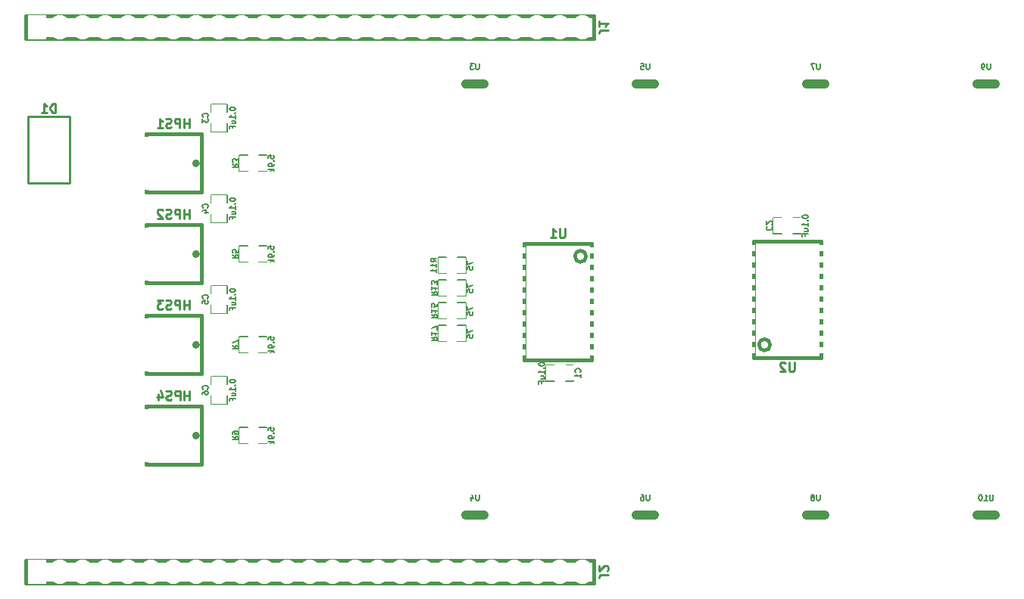
<source format=gbo>
G04 #@! TF.GenerationSoftware,KiCad,Pcbnew,6.0.0-unknown-69339f3~86~ubuntu18.04.1*
G04 #@! TF.CreationDate,2019-05-17T15:55:12-04:00*
G04 #@! TF.ProjectId,backlight_controller_5x3,6261636b-6c69-4676-9874-5f636f6e7472,1.3*
G04 #@! TF.SameCoordinates,Original*
G04 #@! TF.FileFunction,Legend,Bot*
G04 #@! TF.FilePolarity,Positive*
%FSLAX46Y46*%
G04 Gerber Fmt 4.6, Leading zero omitted, Abs format (unit mm)*
G04 Created by KiCad (PCBNEW 6.0.0-unknown-69339f3~86~ubuntu18.04.1) date 2019-05-17 15:55:12*
%MOMM*%
%LPD*%
G04 APERTURE LIST*
%ADD10C,1.000000*%
%ADD11C,0.177800*%
%ADD12C,0.381000*%
%ADD13C,0.228600*%
%ADD14C,0.158750*%
%ADD15C,0.254000*%
%ADD16R,1.003200X1.103200*%
%ADD17C,1.803200*%
%ADD18C,2.203200*%
%ADD19R,0.990600X1.803400*%
%ADD20R,1.803400X0.990600*%
%ADD21O,2.057400X2.743200*%
%ADD22R,2.057400X2.743200*%
%ADD23C,2.403200*%
%ADD24C,3.759200*%
%ADD25O,4.203200X3.203200*%
%ADD26R,4.203200X3.203200*%
%ADD27C,4.203200*%
%ADD28R,1.800000X1.640000*%
%ADD29R,4.000000X5.160000*%
%ADD30R,6.603200X6.003200*%
%ADD31R,2.403200X1.003200*%
%ADD32R,2.140000X0.740000*%
G04 APERTURE END LIST*
D10*
X120285000Y-81280000D02*
X122285000Y-81280000D01*
X120285000Y-129540000D02*
X122285000Y-129540000D01*
X139335000Y-81280000D02*
X141335000Y-81280000D01*
X139335000Y-129540000D02*
X141335000Y-129540000D01*
X158385000Y-81280000D02*
X160385000Y-81280000D01*
X158385000Y-129540000D02*
X160385000Y-129540000D01*
X177435000Y-81280000D02*
X179435000Y-81280000D01*
X177435000Y-129540000D02*
X179435000Y-129540000D01*
D11*
X117221000Y-102489000D02*
X118110000Y-102489000D01*
X117221000Y-100711000D02*
X117221000Y-102489000D01*
X118110000Y-100711000D02*
X117221000Y-100711000D01*
X120269000Y-102489000D02*
X119380000Y-102489000D01*
X120269000Y-100711000D02*
X120269000Y-102489000D01*
X119380000Y-100711000D02*
X120269000Y-100711000D01*
X94996000Y-121539000D02*
X95885000Y-121539000D01*
X94996000Y-119761000D02*
X94996000Y-121539000D01*
X95885000Y-119761000D02*
X94996000Y-119761000D01*
X98044000Y-121539000D02*
X97155000Y-121539000D01*
X98044000Y-119761000D02*
X98044000Y-121539000D01*
X97155000Y-119761000D02*
X98044000Y-119761000D01*
X91821000Y-114046000D02*
X91821000Y-114935000D01*
X93599000Y-114046000D02*
X91821000Y-114046000D01*
X93599000Y-114935000D02*
X93599000Y-114046000D01*
X91821000Y-117094000D02*
X91821000Y-116205000D01*
X93599000Y-117094000D02*
X91821000Y-117094000D01*
X93599000Y-116205000D02*
X93599000Y-117094000D01*
X117221000Y-105029000D02*
X118110000Y-105029000D01*
X117221000Y-103251000D02*
X117221000Y-105029000D01*
X118110000Y-103251000D02*
X117221000Y-103251000D01*
X120269000Y-105029000D02*
X119380000Y-105029000D01*
X120269000Y-103251000D02*
X120269000Y-105029000D01*
X119380000Y-103251000D02*
X120269000Y-103251000D01*
X94996000Y-111379000D02*
X95885000Y-111379000D01*
X94996000Y-109601000D02*
X94996000Y-111379000D01*
X95885000Y-109601000D02*
X94996000Y-109601000D01*
X98044000Y-111379000D02*
X97155000Y-111379000D01*
X98044000Y-109601000D02*
X98044000Y-111379000D01*
X97155000Y-109601000D02*
X98044000Y-109601000D01*
X91821000Y-103886000D02*
X91821000Y-104775000D01*
X93599000Y-103886000D02*
X91821000Y-103886000D01*
X93599000Y-104775000D02*
X93599000Y-103886000D01*
X91821000Y-106934000D02*
X91821000Y-106045000D01*
X93599000Y-106934000D02*
X91821000Y-106934000D01*
X93599000Y-106045000D02*
X93599000Y-106934000D01*
X94996000Y-101219000D02*
X95885000Y-101219000D01*
X94996000Y-99441000D02*
X94996000Y-101219000D01*
X95885000Y-99441000D02*
X94996000Y-99441000D01*
X98044000Y-101219000D02*
X97155000Y-101219000D01*
X98044000Y-99441000D02*
X98044000Y-101219000D01*
X97155000Y-99441000D02*
X98044000Y-99441000D01*
X91821000Y-93726000D02*
X91821000Y-94615000D01*
X93599000Y-93726000D02*
X91821000Y-93726000D01*
X93599000Y-94615000D02*
X93599000Y-93726000D01*
X91821000Y-96774000D02*
X91821000Y-95885000D01*
X93599000Y-96774000D02*
X91821000Y-96774000D01*
X93599000Y-95885000D02*
X93599000Y-96774000D01*
X94996000Y-91059000D02*
X95885000Y-91059000D01*
X94996000Y-89281000D02*
X94996000Y-91059000D01*
X95885000Y-89281000D02*
X94996000Y-89281000D01*
X98044000Y-91059000D02*
X97155000Y-91059000D01*
X98044000Y-89281000D02*
X98044000Y-91059000D01*
X97155000Y-89281000D02*
X98044000Y-89281000D01*
X91821000Y-83566000D02*
X91821000Y-84455000D01*
X93599000Y-83566000D02*
X91821000Y-83566000D01*
X93599000Y-84455000D02*
X93599000Y-83566000D01*
X91821000Y-86614000D02*
X91821000Y-85725000D01*
X93599000Y-86614000D02*
X91821000Y-86614000D01*
X93599000Y-85725000D02*
X93599000Y-86614000D01*
X132334000Y-112776000D02*
X131445000Y-112776000D01*
X132334000Y-114554000D02*
X132334000Y-112776000D01*
X131445000Y-114554000D02*
X132334000Y-114554000D01*
X129286000Y-112776000D02*
X130175000Y-112776000D01*
X129286000Y-114554000D02*
X129286000Y-112776000D01*
X130175000Y-114554000D02*
X129286000Y-114554000D01*
X117221000Y-107569000D02*
X118110000Y-107569000D01*
X117221000Y-105791000D02*
X117221000Y-107569000D01*
X118110000Y-105791000D02*
X117221000Y-105791000D01*
X120269000Y-107569000D02*
X119380000Y-107569000D01*
X120269000Y-105791000D02*
X120269000Y-107569000D01*
X119380000Y-105791000D02*
X120269000Y-105791000D01*
X117221000Y-110109000D02*
X118110000Y-110109000D01*
X117221000Y-108331000D02*
X117221000Y-110109000D01*
X118110000Y-108331000D02*
X117221000Y-108331000D01*
X120269000Y-110109000D02*
X119380000Y-110109000D01*
X120269000Y-108331000D02*
X120269000Y-110109000D01*
X119380000Y-108331000D02*
X120269000Y-108331000D01*
X154686000Y-98044000D02*
X155575000Y-98044000D01*
X154686000Y-96266000D02*
X154686000Y-98044000D01*
X155575000Y-96266000D02*
X154686000Y-96266000D01*
X157734000Y-98044000D02*
X156845000Y-98044000D01*
X157734000Y-96266000D02*
X157734000Y-98044000D01*
X156845000Y-96266000D02*
X157734000Y-96266000D01*
D12*
X71120000Y-134620000D02*
X71120000Y-137160000D01*
X134620000Y-134620000D02*
X71120000Y-134620000D01*
X134620000Y-137160000D02*
X134620000Y-134620000D01*
X71120000Y-137160000D02*
X134620000Y-137160000D01*
X71120000Y-73660000D02*
X71120000Y-76200000D01*
X134620000Y-73660000D02*
X71120000Y-73660000D01*
X134620000Y-76200000D02*
X134620000Y-73660000D01*
X71120000Y-76200000D02*
X134620000Y-76200000D01*
D13*
X71360000Y-84900000D02*
X71360000Y-92400000D01*
X75960000Y-84900000D02*
X71360000Y-84900000D01*
X75960000Y-92400000D02*
X75960000Y-84900000D01*
X71360000Y-92400000D02*
X75960000Y-92400000D01*
D12*
X90333607Y-90170000D02*
G75*
G03X90333607Y-90170000I-223607J0D01*
G01*
X84520000Y-86920000D02*
X84520000Y-93420000D01*
X84520000Y-93420000D02*
X90740000Y-93420000D01*
X90740000Y-93420000D02*
X90740000Y-86920000D01*
X90740000Y-86920000D02*
X84520000Y-86920000D01*
X90333607Y-100330000D02*
G75*
G03X90333607Y-100330000I-223607J0D01*
G01*
X84520000Y-97080000D02*
X84520000Y-103580000D01*
X84520000Y-103580000D02*
X90740000Y-103580000D01*
X90740000Y-103580000D02*
X90740000Y-97080000D01*
X90740000Y-97080000D02*
X84520000Y-97080000D01*
X90333607Y-110490000D02*
G75*
G03X90333607Y-110490000I-223607J0D01*
G01*
X84520000Y-107240000D02*
X84520000Y-113740000D01*
X84520000Y-113740000D02*
X90740000Y-113740000D01*
X90740000Y-113740000D02*
X90740000Y-107240000D01*
X90740000Y-107240000D02*
X84520000Y-107240000D01*
X90333607Y-120650000D02*
G75*
G03X90333607Y-120650000I-223607J0D01*
G01*
X84520000Y-117400000D02*
X84520000Y-123900000D01*
X84520000Y-123900000D02*
X90740000Y-123900000D01*
X90740000Y-123900000D02*
X90740000Y-117400000D01*
X90740000Y-117400000D02*
X84520000Y-117400000D01*
X126806000Y-99164000D02*
X134306000Y-99164000D01*
X126806000Y-112164000D02*
X126806000Y-99164000D01*
X134306000Y-112164000D02*
X126806000Y-112164000D01*
X134306000Y-99164000D02*
X134306000Y-112164000D01*
X133731000Y-100584000D02*
G75*
G03X133731000Y-100584000I-635000J0D01*
G01*
X159960000Y-111910000D02*
X152460000Y-111910000D01*
X159960000Y-98910000D02*
X159960000Y-111910000D01*
X152460000Y-98910000D02*
X159960000Y-98910000D01*
X152460000Y-111910000D02*
X152460000Y-98910000D01*
X154305000Y-110490000D02*
G75*
G03X154305000Y-110490000I-635000J0D01*
G01*
D14*
X121768809Y-79027261D02*
X121768809Y-79541309D01*
X121738571Y-79601785D01*
X121708333Y-79632023D01*
X121647857Y-79662261D01*
X121526904Y-79662261D01*
X121466428Y-79632023D01*
X121436190Y-79601785D01*
X121405952Y-79541309D01*
X121405952Y-79027261D01*
X121164047Y-79027261D02*
X120770952Y-79027261D01*
X120982619Y-79269166D01*
X120891904Y-79269166D01*
X120831428Y-79299404D01*
X120801190Y-79329642D01*
X120770952Y-79390119D01*
X120770952Y-79541309D01*
X120801190Y-79601785D01*
X120831428Y-79632023D01*
X120891904Y-79662261D01*
X121073333Y-79662261D01*
X121133809Y-79632023D01*
X121164047Y-79601785D01*
X121768809Y-127287261D02*
X121768809Y-127801309D01*
X121738571Y-127861785D01*
X121708333Y-127892023D01*
X121647857Y-127922261D01*
X121526904Y-127922261D01*
X121466428Y-127892023D01*
X121436190Y-127861785D01*
X121405952Y-127801309D01*
X121405952Y-127287261D01*
X120831428Y-127498928D02*
X120831428Y-127922261D01*
X120982619Y-127257023D02*
X121133809Y-127710595D01*
X120740714Y-127710595D01*
X140818809Y-79027261D02*
X140818809Y-79541309D01*
X140788571Y-79601785D01*
X140758333Y-79632023D01*
X140697857Y-79662261D01*
X140576904Y-79662261D01*
X140516428Y-79632023D01*
X140486190Y-79601785D01*
X140455952Y-79541309D01*
X140455952Y-79027261D01*
X139851190Y-79027261D02*
X140153571Y-79027261D01*
X140183809Y-79329642D01*
X140153571Y-79299404D01*
X140093095Y-79269166D01*
X139941904Y-79269166D01*
X139881428Y-79299404D01*
X139851190Y-79329642D01*
X139820952Y-79390119D01*
X139820952Y-79541309D01*
X139851190Y-79601785D01*
X139881428Y-79632023D01*
X139941904Y-79662261D01*
X140093095Y-79662261D01*
X140153571Y-79632023D01*
X140183809Y-79601785D01*
X140818809Y-127287261D02*
X140818809Y-127801309D01*
X140788571Y-127861785D01*
X140758333Y-127892023D01*
X140697857Y-127922261D01*
X140576904Y-127922261D01*
X140516428Y-127892023D01*
X140486190Y-127861785D01*
X140455952Y-127801309D01*
X140455952Y-127287261D01*
X139881428Y-127287261D02*
X140002380Y-127287261D01*
X140062857Y-127317500D01*
X140093095Y-127347738D01*
X140153571Y-127438452D01*
X140183809Y-127559404D01*
X140183809Y-127801309D01*
X140153571Y-127861785D01*
X140123333Y-127892023D01*
X140062857Y-127922261D01*
X139941904Y-127922261D01*
X139881428Y-127892023D01*
X139851190Y-127861785D01*
X139820952Y-127801309D01*
X139820952Y-127650119D01*
X139851190Y-127589642D01*
X139881428Y-127559404D01*
X139941904Y-127529166D01*
X140062857Y-127529166D01*
X140123333Y-127559404D01*
X140153571Y-127589642D01*
X140183809Y-127650119D01*
X159868809Y-79027261D02*
X159868809Y-79541309D01*
X159838571Y-79601785D01*
X159808333Y-79632023D01*
X159747857Y-79662261D01*
X159626904Y-79662261D01*
X159566428Y-79632023D01*
X159536190Y-79601785D01*
X159505952Y-79541309D01*
X159505952Y-79027261D01*
X159264047Y-79027261D02*
X158840714Y-79027261D01*
X159112857Y-79662261D01*
X159868809Y-127287261D02*
X159868809Y-127801309D01*
X159838571Y-127861785D01*
X159808333Y-127892023D01*
X159747857Y-127922261D01*
X159626904Y-127922261D01*
X159566428Y-127892023D01*
X159536190Y-127861785D01*
X159505952Y-127801309D01*
X159505952Y-127287261D01*
X159112857Y-127559404D02*
X159173333Y-127529166D01*
X159203571Y-127498928D01*
X159233809Y-127438452D01*
X159233809Y-127408214D01*
X159203571Y-127347738D01*
X159173333Y-127317500D01*
X159112857Y-127287261D01*
X158991904Y-127287261D01*
X158931428Y-127317500D01*
X158901190Y-127347738D01*
X158870952Y-127408214D01*
X158870952Y-127438452D01*
X158901190Y-127498928D01*
X158931428Y-127529166D01*
X158991904Y-127559404D01*
X159112857Y-127559404D01*
X159173333Y-127589642D01*
X159203571Y-127619880D01*
X159233809Y-127680357D01*
X159233809Y-127801309D01*
X159203571Y-127861785D01*
X159173333Y-127892023D01*
X159112857Y-127922261D01*
X158991904Y-127922261D01*
X158931428Y-127892023D01*
X158901190Y-127861785D01*
X158870952Y-127801309D01*
X158870952Y-127680357D01*
X158901190Y-127619880D01*
X158931428Y-127589642D01*
X158991904Y-127559404D01*
X178918809Y-79027261D02*
X178918809Y-79541309D01*
X178888571Y-79601785D01*
X178858333Y-79632023D01*
X178797857Y-79662261D01*
X178676904Y-79662261D01*
X178616428Y-79632023D01*
X178586190Y-79601785D01*
X178555952Y-79541309D01*
X178555952Y-79027261D01*
X178223333Y-79662261D02*
X178102380Y-79662261D01*
X178041904Y-79632023D01*
X178011666Y-79601785D01*
X177951190Y-79511071D01*
X177920952Y-79390119D01*
X177920952Y-79148214D01*
X177951190Y-79087738D01*
X177981428Y-79057500D01*
X178041904Y-79027261D01*
X178162857Y-79027261D01*
X178223333Y-79057500D01*
X178253571Y-79087738D01*
X178283809Y-79148214D01*
X178283809Y-79299404D01*
X178253571Y-79359880D01*
X178223333Y-79390119D01*
X178162857Y-79420357D01*
X178041904Y-79420357D01*
X177981428Y-79390119D01*
X177951190Y-79359880D01*
X177920952Y-79299404D01*
X179221190Y-127287261D02*
X179221190Y-127801309D01*
X179190952Y-127861785D01*
X179160714Y-127892023D01*
X179100238Y-127922261D01*
X178979285Y-127922261D01*
X178918809Y-127892023D01*
X178888571Y-127861785D01*
X178858333Y-127801309D01*
X178858333Y-127287261D01*
X178223333Y-127922261D02*
X178586190Y-127922261D01*
X178404761Y-127922261D02*
X178404761Y-127287261D01*
X178465238Y-127377976D01*
X178525714Y-127438452D01*
X178586190Y-127468690D01*
X177830238Y-127287261D02*
X177769761Y-127287261D01*
X177709285Y-127317500D01*
X177679047Y-127347738D01*
X177648809Y-127408214D01*
X177618571Y-127529166D01*
X177618571Y-127680357D01*
X177648809Y-127801309D01*
X177679047Y-127861785D01*
X177709285Y-127892023D01*
X177769761Y-127922261D01*
X177830238Y-127922261D01*
X177890714Y-127892023D01*
X177920952Y-127861785D01*
X177951190Y-127801309D01*
X177981428Y-127680357D01*
X177981428Y-127529166D01*
X177951190Y-127408214D01*
X177920952Y-127347738D01*
X177890714Y-127317500D01*
X177830238Y-127287261D01*
X117000261Y-101191785D02*
X116697880Y-100980119D01*
X117000261Y-100828928D02*
X116365261Y-100828928D01*
X116365261Y-101070833D01*
X116395500Y-101131309D01*
X116425738Y-101161547D01*
X116486214Y-101191785D01*
X116576928Y-101191785D01*
X116637404Y-101161547D01*
X116667642Y-101131309D01*
X116697880Y-101070833D01*
X116697880Y-100828928D01*
X117000261Y-101796547D02*
X117000261Y-101433690D01*
X117000261Y-101615119D02*
X116365261Y-101615119D01*
X116455976Y-101554642D01*
X116516452Y-101494166D01*
X116546690Y-101433690D01*
X117000261Y-102401309D02*
X117000261Y-102038452D01*
X117000261Y-102219880D02*
X116365261Y-102219880D01*
X116455976Y-102159404D01*
X116516452Y-102098928D01*
X116546690Y-102038452D01*
X120429261Y-101085952D02*
X120429261Y-101509285D01*
X121064261Y-101237142D01*
X120429261Y-102053571D02*
X120429261Y-101751190D01*
X120731642Y-101720952D01*
X120701404Y-101751190D01*
X120671166Y-101811666D01*
X120671166Y-101962857D01*
X120701404Y-102023333D01*
X120731642Y-102053571D01*
X120792119Y-102083809D01*
X120943309Y-102083809D01*
X121003785Y-102053571D01*
X121034023Y-102023333D01*
X121064261Y-101962857D01*
X121064261Y-101811666D01*
X121034023Y-101751190D01*
X121003785Y-101720952D01*
X94200738Y-120755833D02*
X94503119Y-120967500D01*
X94200738Y-121118690D02*
X94835738Y-121118690D01*
X94835738Y-120876785D01*
X94805500Y-120816309D01*
X94775261Y-120786071D01*
X94714785Y-120755833D01*
X94624071Y-120755833D01*
X94563595Y-120786071D01*
X94533357Y-120816309D01*
X94503119Y-120876785D01*
X94503119Y-121118690D01*
X94200738Y-120453452D02*
X94200738Y-120332500D01*
X94230976Y-120272023D01*
X94261214Y-120241785D01*
X94351928Y-120181309D01*
X94472880Y-120151071D01*
X94714785Y-120151071D01*
X94775261Y-120181309D01*
X94805500Y-120211547D01*
X94835738Y-120272023D01*
X94835738Y-120392976D01*
X94805500Y-120453452D01*
X94775261Y-120483690D01*
X94714785Y-120513928D01*
X94563595Y-120513928D01*
X94503119Y-120483690D01*
X94472880Y-120453452D01*
X94442642Y-120392976D01*
X94442642Y-120272023D01*
X94472880Y-120211547D01*
X94503119Y-120181309D01*
X94563595Y-120151071D01*
X98204261Y-120090595D02*
X98204261Y-119788214D01*
X98506642Y-119757976D01*
X98476404Y-119788214D01*
X98446166Y-119848690D01*
X98446166Y-119999880D01*
X98476404Y-120060357D01*
X98506642Y-120090595D01*
X98567119Y-120120833D01*
X98718309Y-120120833D01*
X98778785Y-120090595D01*
X98809023Y-120060357D01*
X98839261Y-119999880D01*
X98839261Y-119848690D01*
X98809023Y-119788214D01*
X98778785Y-119757976D01*
X98778785Y-120392976D02*
X98809023Y-120423214D01*
X98839261Y-120392976D01*
X98809023Y-120362738D01*
X98778785Y-120392976D01*
X98839261Y-120392976D01*
X98839261Y-120725595D02*
X98839261Y-120846547D01*
X98809023Y-120907023D01*
X98778785Y-120937261D01*
X98688071Y-120997738D01*
X98567119Y-121027976D01*
X98325214Y-121027976D01*
X98264738Y-120997738D01*
X98234500Y-120967500D01*
X98204261Y-120907023D01*
X98204261Y-120786071D01*
X98234500Y-120725595D01*
X98264738Y-120695357D01*
X98325214Y-120665119D01*
X98476404Y-120665119D01*
X98536880Y-120695357D01*
X98567119Y-120725595D01*
X98597357Y-120786071D01*
X98597357Y-120907023D01*
X98567119Y-120967500D01*
X98536880Y-120997738D01*
X98476404Y-121027976D01*
X98839261Y-121300119D02*
X98204261Y-121300119D01*
X98597357Y-121360595D02*
X98839261Y-121542023D01*
X98415928Y-121542023D02*
X98657833Y-121300119D01*
X91412785Y-115464166D02*
X91443023Y-115433928D01*
X91473261Y-115343214D01*
X91473261Y-115282738D01*
X91443023Y-115192023D01*
X91382547Y-115131547D01*
X91322071Y-115101309D01*
X91201119Y-115071071D01*
X91110404Y-115071071D01*
X90989452Y-115101309D01*
X90928976Y-115131547D01*
X90868500Y-115192023D01*
X90838261Y-115282738D01*
X90838261Y-115343214D01*
X90868500Y-115433928D01*
X90898738Y-115464166D01*
X90838261Y-116008452D02*
X90838261Y-115887500D01*
X90868500Y-115827023D01*
X90898738Y-115796785D01*
X90989452Y-115736309D01*
X91110404Y-115706071D01*
X91352309Y-115706071D01*
X91412785Y-115736309D01*
X91443023Y-115766547D01*
X91473261Y-115827023D01*
X91473261Y-115947976D01*
X91443023Y-116008452D01*
X91412785Y-116038690D01*
X91352309Y-116068928D01*
X91201119Y-116068928D01*
X91140642Y-116038690D01*
X91110404Y-116008452D01*
X91080166Y-115947976D01*
X91080166Y-115827023D01*
X91110404Y-115766547D01*
X91140642Y-115736309D01*
X91201119Y-115706071D01*
X93886261Y-114526785D02*
X93886261Y-114587261D01*
X93916500Y-114647738D01*
X93946738Y-114677976D01*
X94007214Y-114708214D01*
X94128166Y-114738452D01*
X94279357Y-114738452D01*
X94400309Y-114708214D01*
X94460785Y-114677976D01*
X94491023Y-114647738D01*
X94521261Y-114587261D01*
X94521261Y-114526785D01*
X94491023Y-114466309D01*
X94460785Y-114436071D01*
X94400309Y-114405833D01*
X94279357Y-114375595D01*
X94128166Y-114375595D01*
X94007214Y-114405833D01*
X93946738Y-114436071D01*
X93916500Y-114466309D01*
X93886261Y-114526785D01*
X94460785Y-115010595D02*
X94491023Y-115040833D01*
X94521261Y-115010595D01*
X94491023Y-114980357D01*
X94460785Y-115010595D01*
X94521261Y-115010595D01*
X94521261Y-115645595D02*
X94521261Y-115282738D01*
X94521261Y-115464166D02*
X93886261Y-115464166D01*
X93976976Y-115403690D01*
X94037452Y-115343214D01*
X94067690Y-115282738D01*
X94097928Y-116189880D02*
X94521261Y-116189880D01*
X94097928Y-115917738D02*
X94430547Y-115917738D01*
X94491023Y-115947976D01*
X94521261Y-116008452D01*
X94521261Y-116099166D01*
X94491023Y-116159642D01*
X94460785Y-116189880D01*
X94188642Y-116703928D02*
X94188642Y-116492261D01*
X94521261Y-116492261D02*
X93886261Y-116492261D01*
X93886261Y-116794642D01*
X116425738Y-104548214D02*
X116728119Y-104759880D01*
X116425738Y-104911071D02*
X117060738Y-104911071D01*
X117060738Y-104669166D01*
X117030500Y-104608690D01*
X117000261Y-104578452D01*
X116939785Y-104548214D01*
X116849071Y-104548214D01*
X116788595Y-104578452D01*
X116758357Y-104608690D01*
X116728119Y-104669166D01*
X116728119Y-104911071D01*
X116425738Y-103943452D02*
X116425738Y-104306309D01*
X116425738Y-104124880D02*
X117060738Y-104124880D01*
X116970023Y-104185357D01*
X116909547Y-104245833D01*
X116879309Y-104306309D01*
X117060738Y-103731785D02*
X117060738Y-103338690D01*
X116818833Y-103550357D01*
X116818833Y-103459642D01*
X116788595Y-103399166D01*
X116758357Y-103368928D01*
X116697880Y-103338690D01*
X116546690Y-103338690D01*
X116486214Y-103368928D01*
X116455976Y-103399166D01*
X116425738Y-103459642D01*
X116425738Y-103641071D01*
X116455976Y-103701547D01*
X116486214Y-103731785D01*
X120429261Y-103625952D02*
X120429261Y-104049285D01*
X121064261Y-103777142D01*
X120429261Y-104593571D02*
X120429261Y-104291190D01*
X120731642Y-104260952D01*
X120701404Y-104291190D01*
X120671166Y-104351666D01*
X120671166Y-104502857D01*
X120701404Y-104563333D01*
X120731642Y-104593571D01*
X120792119Y-104623809D01*
X120943309Y-104623809D01*
X121003785Y-104593571D01*
X121034023Y-104563333D01*
X121064261Y-104502857D01*
X121064261Y-104351666D01*
X121034023Y-104291190D01*
X121003785Y-104260952D01*
X94200738Y-110595833D02*
X94503119Y-110807500D01*
X94200738Y-110958690D02*
X94835738Y-110958690D01*
X94835738Y-110716785D01*
X94805500Y-110656309D01*
X94775261Y-110626071D01*
X94714785Y-110595833D01*
X94624071Y-110595833D01*
X94563595Y-110626071D01*
X94533357Y-110656309D01*
X94503119Y-110716785D01*
X94503119Y-110958690D01*
X94835738Y-110384166D02*
X94835738Y-109960833D01*
X94200738Y-110232976D01*
X98204261Y-109930595D02*
X98204261Y-109628214D01*
X98506642Y-109597976D01*
X98476404Y-109628214D01*
X98446166Y-109688690D01*
X98446166Y-109839880D01*
X98476404Y-109900357D01*
X98506642Y-109930595D01*
X98567119Y-109960833D01*
X98718309Y-109960833D01*
X98778785Y-109930595D01*
X98809023Y-109900357D01*
X98839261Y-109839880D01*
X98839261Y-109688690D01*
X98809023Y-109628214D01*
X98778785Y-109597976D01*
X98778785Y-110232976D02*
X98809023Y-110263214D01*
X98839261Y-110232976D01*
X98809023Y-110202738D01*
X98778785Y-110232976D01*
X98839261Y-110232976D01*
X98839261Y-110565595D02*
X98839261Y-110686547D01*
X98809023Y-110747023D01*
X98778785Y-110777261D01*
X98688071Y-110837738D01*
X98567119Y-110867976D01*
X98325214Y-110867976D01*
X98264738Y-110837738D01*
X98234500Y-110807500D01*
X98204261Y-110747023D01*
X98204261Y-110626071D01*
X98234500Y-110565595D01*
X98264738Y-110535357D01*
X98325214Y-110505119D01*
X98476404Y-110505119D01*
X98536880Y-110535357D01*
X98567119Y-110565595D01*
X98597357Y-110626071D01*
X98597357Y-110747023D01*
X98567119Y-110807500D01*
X98536880Y-110837738D01*
X98476404Y-110867976D01*
X98839261Y-111140119D02*
X98204261Y-111140119D01*
X98597357Y-111200595D02*
X98839261Y-111382023D01*
X98415928Y-111382023D02*
X98657833Y-111140119D01*
X91412785Y-105304166D02*
X91443023Y-105273928D01*
X91473261Y-105183214D01*
X91473261Y-105122738D01*
X91443023Y-105032023D01*
X91382547Y-104971547D01*
X91322071Y-104941309D01*
X91201119Y-104911071D01*
X91110404Y-104911071D01*
X90989452Y-104941309D01*
X90928976Y-104971547D01*
X90868500Y-105032023D01*
X90838261Y-105122738D01*
X90838261Y-105183214D01*
X90868500Y-105273928D01*
X90898738Y-105304166D01*
X90838261Y-105878690D02*
X90838261Y-105576309D01*
X91140642Y-105546071D01*
X91110404Y-105576309D01*
X91080166Y-105636785D01*
X91080166Y-105787976D01*
X91110404Y-105848452D01*
X91140642Y-105878690D01*
X91201119Y-105908928D01*
X91352309Y-105908928D01*
X91412785Y-105878690D01*
X91443023Y-105848452D01*
X91473261Y-105787976D01*
X91473261Y-105636785D01*
X91443023Y-105576309D01*
X91412785Y-105546071D01*
X93886261Y-104366785D02*
X93886261Y-104427261D01*
X93916500Y-104487738D01*
X93946738Y-104517976D01*
X94007214Y-104548214D01*
X94128166Y-104578452D01*
X94279357Y-104578452D01*
X94400309Y-104548214D01*
X94460785Y-104517976D01*
X94491023Y-104487738D01*
X94521261Y-104427261D01*
X94521261Y-104366785D01*
X94491023Y-104306309D01*
X94460785Y-104276071D01*
X94400309Y-104245833D01*
X94279357Y-104215595D01*
X94128166Y-104215595D01*
X94007214Y-104245833D01*
X93946738Y-104276071D01*
X93916500Y-104306309D01*
X93886261Y-104366785D01*
X94460785Y-104850595D02*
X94491023Y-104880833D01*
X94521261Y-104850595D01*
X94491023Y-104820357D01*
X94460785Y-104850595D01*
X94521261Y-104850595D01*
X94521261Y-105485595D02*
X94521261Y-105122738D01*
X94521261Y-105304166D02*
X93886261Y-105304166D01*
X93976976Y-105243690D01*
X94037452Y-105183214D01*
X94067690Y-105122738D01*
X94097928Y-106029880D02*
X94521261Y-106029880D01*
X94097928Y-105757738D02*
X94430547Y-105757738D01*
X94491023Y-105787976D01*
X94521261Y-105848452D01*
X94521261Y-105939166D01*
X94491023Y-105999642D01*
X94460785Y-106029880D01*
X94188642Y-106543928D02*
X94188642Y-106332261D01*
X94521261Y-106332261D02*
X93886261Y-106332261D01*
X93886261Y-106634642D01*
X94200738Y-100435833D02*
X94503119Y-100647500D01*
X94200738Y-100798690D02*
X94835738Y-100798690D01*
X94835738Y-100556785D01*
X94805500Y-100496309D01*
X94775261Y-100466071D01*
X94714785Y-100435833D01*
X94624071Y-100435833D01*
X94563595Y-100466071D01*
X94533357Y-100496309D01*
X94503119Y-100556785D01*
X94503119Y-100798690D01*
X94835738Y-99861309D02*
X94835738Y-100163690D01*
X94533357Y-100193928D01*
X94563595Y-100163690D01*
X94593833Y-100103214D01*
X94593833Y-99952023D01*
X94563595Y-99891547D01*
X94533357Y-99861309D01*
X94472880Y-99831071D01*
X94321690Y-99831071D01*
X94261214Y-99861309D01*
X94230976Y-99891547D01*
X94200738Y-99952023D01*
X94200738Y-100103214D01*
X94230976Y-100163690D01*
X94261214Y-100193928D01*
X98204261Y-99770595D02*
X98204261Y-99468214D01*
X98506642Y-99437976D01*
X98476404Y-99468214D01*
X98446166Y-99528690D01*
X98446166Y-99679880D01*
X98476404Y-99740357D01*
X98506642Y-99770595D01*
X98567119Y-99800833D01*
X98718309Y-99800833D01*
X98778785Y-99770595D01*
X98809023Y-99740357D01*
X98839261Y-99679880D01*
X98839261Y-99528690D01*
X98809023Y-99468214D01*
X98778785Y-99437976D01*
X98778785Y-100072976D02*
X98809023Y-100103214D01*
X98839261Y-100072976D01*
X98809023Y-100042738D01*
X98778785Y-100072976D01*
X98839261Y-100072976D01*
X98839261Y-100405595D02*
X98839261Y-100526547D01*
X98809023Y-100587023D01*
X98778785Y-100617261D01*
X98688071Y-100677738D01*
X98567119Y-100707976D01*
X98325214Y-100707976D01*
X98264738Y-100677738D01*
X98234500Y-100647500D01*
X98204261Y-100587023D01*
X98204261Y-100466071D01*
X98234500Y-100405595D01*
X98264738Y-100375357D01*
X98325214Y-100345119D01*
X98476404Y-100345119D01*
X98536880Y-100375357D01*
X98567119Y-100405595D01*
X98597357Y-100466071D01*
X98597357Y-100587023D01*
X98567119Y-100647500D01*
X98536880Y-100677738D01*
X98476404Y-100707976D01*
X98839261Y-100980119D02*
X98204261Y-100980119D01*
X98597357Y-101040595D02*
X98839261Y-101222023D01*
X98415928Y-101222023D02*
X98657833Y-100980119D01*
X91412785Y-95144166D02*
X91443023Y-95113928D01*
X91473261Y-95023214D01*
X91473261Y-94962738D01*
X91443023Y-94872023D01*
X91382547Y-94811547D01*
X91322071Y-94781309D01*
X91201119Y-94751071D01*
X91110404Y-94751071D01*
X90989452Y-94781309D01*
X90928976Y-94811547D01*
X90868500Y-94872023D01*
X90838261Y-94962738D01*
X90838261Y-95023214D01*
X90868500Y-95113928D01*
X90898738Y-95144166D01*
X91049928Y-95688452D02*
X91473261Y-95688452D01*
X90808023Y-95537261D02*
X91261595Y-95386071D01*
X91261595Y-95779166D01*
X93886261Y-94206785D02*
X93886261Y-94267261D01*
X93916500Y-94327738D01*
X93946738Y-94357976D01*
X94007214Y-94388214D01*
X94128166Y-94418452D01*
X94279357Y-94418452D01*
X94400309Y-94388214D01*
X94460785Y-94357976D01*
X94491023Y-94327738D01*
X94521261Y-94267261D01*
X94521261Y-94206785D01*
X94491023Y-94146309D01*
X94460785Y-94116071D01*
X94400309Y-94085833D01*
X94279357Y-94055595D01*
X94128166Y-94055595D01*
X94007214Y-94085833D01*
X93946738Y-94116071D01*
X93916500Y-94146309D01*
X93886261Y-94206785D01*
X94460785Y-94690595D02*
X94491023Y-94720833D01*
X94521261Y-94690595D01*
X94491023Y-94660357D01*
X94460785Y-94690595D01*
X94521261Y-94690595D01*
X94521261Y-95325595D02*
X94521261Y-94962738D01*
X94521261Y-95144166D02*
X93886261Y-95144166D01*
X93976976Y-95083690D01*
X94037452Y-95023214D01*
X94067690Y-94962738D01*
X94097928Y-95869880D02*
X94521261Y-95869880D01*
X94097928Y-95597738D02*
X94430547Y-95597738D01*
X94491023Y-95627976D01*
X94521261Y-95688452D01*
X94521261Y-95779166D01*
X94491023Y-95839642D01*
X94460785Y-95869880D01*
X94188642Y-96383928D02*
X94188642Y-96172261D01*
X94521261Y-96172261D02*
X93886261Y-96172261D01*
X93886261Y-96474642D01*
X94200738Y-90275833D02*
X94503119Y-90487500D01*
X94200738Y-90638690D02*
X94835738Y-90638690D01*
X94835738Y-90396785D01*
X94805500Y-90336309D01*
X94775261Y-90306071D01*
X94714785Y-90275833D01*
X94624071Y-90275833D01*
X94563595Y-90306071D01*
X94533357Y-90336309D01*
X94503119Y-90396785D01*
X94503119Y-90638690D01*
X94835738Y-90064166D02*
X94835738Y-89671071D01*
X94593833Y-89882738D01*
X94593833Y-89792023D01*
X94563595Y-89731547D01*
X94533357Y-89701309D01*
X94472880Y-89671071D01*
X94321690Y-89671071D01*
X94261214Y-89701309D01*
X94230976Y-89731547D01*
X94200738Y-89792023D01*
X94200738Y-89973452D01*
X94230976Y-90033928D01*
X94261214Y-90064166D01*
X98204261Y-89610595D02*
X98204261Y-89308214D01*
X98506642Y-89277976D01*
X98476404Y-89308214D01*
X98446166Y-89368690D01*
X98446166Y-89519880D01*
X98476404Y-89580357D01*
X98506642Y-89610595D01*
X98567119Y-89640833D01*
X98718309Y-89640833D01*
X98778785Y-89610595D01*
X98809023Y-89580357D01*
X98839261Y-89519880D01*
X98839261Y-89368690D01*
X98809023Y-89308214D01*
X98778785Y-89277976D01*
X98778785Y-89912976D02*
X98809023Y-89943214D01*
X98839261Y-89912976D01*
X98809023Y-89882738D01*
X98778785Y-89912976D01*
X98839261Y-89912976D01*
X98839261Y-90245595D02*
X98839261Y-90366547D01*
X98809023Y-90427023D01*
X98778785Y-90457261D01*
X98688071Y-90517738D01*
X98567119Y-90547976D01*
X98325214Y-90547976D01*
X98264738Y-90517738D01*
X98234500Y-90487500D01*
X98204261Y-90427023D01*
X98204261Y-90306071D01*
X98234500Y-90245595D01*
X98264738Y-90215357D01*
X98325214Y-90185119D01*
X98476404Y-90185119D01*
X98536880Y-90215357D01*
X98567119Y-90245595D01*
X98597357Y-90306071D01*
X98597357Y-90427023D01*
X98567119Y-90487500D01*
X98536880Y-90517738D01*
X98476404Y-90547976D01*
X98839261Y-90820119D02*
X98204261Y-90820119D01*
X98597357Y-90880595D02*
X98839261Y-91062023D01*
X98415928Y-91062023D02*
X98657833Y-90820119D01*
X91412785Y-84984166D02*
X91443023Y-84953928D01*
X91473261Y-84863214D01*
X91473261Y-84802738D01*
X91443023Y-84712023D01*
X91382547Y-84651547D01*
X91322071Y-84621309D01*
X91201119Y-84591071D01*
X91110404Y-84591071D01*
X90989452Y-84621309D01*
X90928976Y-84651547D01*
X90868500Y-84712023D01*
X90838261Y-84802738D01*
X90838261Y-84863214D01*
X90868500Y-84953928D01*
X90898738Y-84984166D01*
X90838261Y-85195833D02*
X90838261Y-85588928D01*
X91080166Y-85377261D01*
X91080166Y-85467976D01*
X91110404Y-85528452D01*
X91140642Y-85558690D01*
X91201119Y-85588928D01*
X91352309Y-85588928D01*
X91412785Y-85558690D01*
X91443023Y-85528452D01*
X91473261Y-85467976D01*
X91473261Y-85286547D01*
X91443023Y-85226071D01*
X91412785Y-85195833D01*
X93886261Y-84046785D02*
X93886261Y-84107261D01*
X93916500Y-84167738D01*
X93946738Y-84197976D01*
X94007214Y-84228214D01*
X94128166Y-84258452D01*
X94279357Y-84258452D01*
X94400309Y-84228214D01*
X94460785Y-84197976D01*
X94491023Y-84167738D01*
X94521261Y-84107261D01*
X94521261Y-84046785D01*
X94491023Y-83986309D01*
X94460785Y-83956071D01*
X94400309Y-83925833D01*
X94279357Y-83895595D01*
X94128166Y-83895595D01*
X94007214Y-83925833D01*
X93946738Y-83956071D01*
X93916500Y-83986309D01*
X93886261Y-84046785D01*
X94460785Y-84530595D02*
X94491023Y-84560833D01*
X94521261Y-84530595D01*
X94491023Y-84500357D01*
X94460785Y-84530595D01*
X94521261Y-84530595D01*
X94521261Y-85165595D02*
X94521261Y-84802738D01*
X94521261Y-84984166D02*
X93886261Y-84984166D01*
X93976976Y-84923690D01*
X94037452Y-84863214D01*
X94067690Y-84802738D01*
X94097928Y-85709880D02*
X94521261Y-85709880D01*
X94097928Y-85437738D02*
X94430547Y-85437738D01*
X94491023Y-85467976D01*
X94521261Y-85528452D01*
X94521261Y-85619166D01*
X94491023Y-85679642D01*
X94460785Y-85709880D01*
X94188642Y-86223928D02*
X94188642Y-86012261D01*
X94521261Y-86012261D02*
X93886261Y-86012261D01*
X93886261Y-86314642D01*
X133068785Y-113559166D02*
X133099023Y-113528928D01*
X133129261Y-113438214D01*
X133129261Y-113377738D01*
X133099023Y-113287023D01*
X133038547Y-113226547D01*
X132978071Y-113196309D01*
X132857119Y-113166071D01*
X132766404Y-113166071D01*
X132645452Y-113196309D01*
X132584976Y-113226547D01*
X132524500Y-113287023D01*
X132494261Y-113377738D01*
X132494261Y-113438214D01*
X132524500Y-113528928D01*
X132554738Y-113559166D01*
X133129261Y-114163928D02*
X133129261Y-113801071D01*
X133129261Y-113982500D02*
X132494261Y-113982500D01*
X132584976Y-113922023D01*
X132645452Y-113861547D01*
X132675690Y-113801071D01*
X128430261Y-112621785D02*
X128430261Y-112682261D01*
X128460500Y-112742738D01*
X128490738Y-112772976D01*
X128551214Y-112803214D01*
X128672166Y-112833452D01*
X128823357Y-112833452D01*
X128944309Y-112803214D01*
X129004785Y-112772976D01*
X129035023Y-112742738D01*
X129065261Y-112682261D01*
X129065261Y-112621785D01*
X129035023Y-112561309D01*
X129004785Y-112531071D01*
X128944309Y-112500833D01*
X128823357Y-112470595D01*
X128672166Y-112470595D01*
X128551214Y-112500833D01*
X128490738Y-112531071D01*
X128460500Y-112561309D01*
X128430261Y-112621785D01*
X129004785Y-113105595D02*
X129035023Y-113135833D01*
X129065261Y-113105595D01*
X129035023Y-113075357D01*
X129004785Y-113105595D01*
X129065261Y-113105595D01*
X129065261Y-113740595D02*
X129065261Y-113377738D01*
X129065261Y-113559166D02*
X128430261Y-113559166D01*
X128520976Y-113498690D01*
X128581452Y-113438214D01*
X128611690Y-113377738D01*
X128641928Y-114284880D02*
X129065261Y-114284880D01*
X128641928Y-114012738D02*
X128974547Y-114012738D01*
X129035023Y-114042976D01*
X129065261Y-114103452D01*
X129065261Y-114194166D01*
X129035023Y-114254642D01*
X129004785Y-114284880D01*
X128732642Y-114798928D02*
X128732642Y-114587261D01*
X129065261Y-114587261D02*
X128430261Y-114587261D01*
X128430261Y-114889642D01*
X116425738Y-107088214D02*
X116728119Y-107299880D01*
X116425738Y-107451071D02*
X117060738Y-107451071D01*
X117060738Y-107209166D01*
X117030500Y-107148690D01*
X117000261Y-107118452D01*
X116939785Y-107088214D01*
X116849071Y-107088214D01*
X116788595Y-107118452D01*
X116758357Y-107148690D01*
X116728119Y-107209166D01*
X116728119Y-107451071D01*
X116425738Y-106483452D02*
X116425738Y-106846309D01*
X116425738Y-106664880D02*
X117060738Y-106664880D01*
X116970023Y-106725357D01*
X116909547Y-106785833D01*
X116879309Y-106846309D01*
X117060738Y-105908928D02*
X117060738Y-106211309D01*
X116758357Y-106241547D01*
X116788595Y-106211309D01*
X116818833Y-106150833D01*
X116818833Y-105999642D01*
X116788595Y-105939166D01*
X116758357Y-105908928D01*
X116697880Y-105878690D01*
X116546690Y-105878690D01*
X116486214Y-105908928D01*
X116455976Y-105939166D01*
X116425738Y-105999642D01*
X116425738Y-106150833D01*
X116455976Y-106211309D01*
X116486214Y-106241547D01*
X120429261Y-106165952D02*
X120429261Y-106589285D01*
X121064261Y-106317142D01*
X120429261Y-107133571D02*
X120429261Y-106831190D01*
X120731642Y-106800952D01*
X120701404Y-106831190D01*
X120671166Y-106891666D01*
X120671166Y-107042857D01*
X120701404Y-107103333D01*
X120731642Y-107133571D01*
X120792119Y-107163809D01*
X120943309Y-107163809D01*
X121003785Y-107133571D01*
X121034023Y-107103333D01*
X121064261Y-107042857D01*
X121064261Y-106891666D01*
X121034023Y-106831190D01*
X121003785Y-106800952D01*
X116425738Y-109628214D02*
X116728119Y-109839880D01*
X116425738Y-109991071D02*
X117060738Y-109991071D01*
X117060738Y-109749166D01*
X117030500Y-109688690D01*
X117000261Y-109658452D01*
X116939785Y-109628214D01*
X116849071Y-109628214D01*
X116788595Y-109658452D01*
X116758357Y-109688690D01*
X116728119Y-109749166D01*
X116728119Y-109991071D01*
X116425738Y-109023452D02*
X116425738Y-109386309D01*
X116425738Y-109204880D02*
X117060738Y-109204880D01*
X116970023Y-109265357D01*
X116909547Y-109325833D01*
X116879309Y-109386309D01*
X117060738Y-108811785D02*
X117060738Y-108388452D01*
X116425738Y-108660595D01*
X120429261Y-108705952D02*
X120429261Y-109129285D01*
X121064261Y-108857142D01*
X120429261Y-109673571D02*
X120429261Y-109371190D01*
X120731642Y-109340952D01*
X120701404Y-109371190D01*
X120671166Y-109431666D01*
X120671166Y-109582857D01*
X120701404Y-109643333D01*
X120731642Y-109673571D01*
X120792119Y-109703809D01*
X120943309Y-109703809D01*
X121003785Y-109673571D01*
X121034023Y-109643333D01*
X121064261Y-109582857D01*
X121064261Y-109431666D01*
X121034023Y-109371190D01*
X121003785Y-109340952D01*
X153951214Y-97260833D02*
X153920976Y-97291071D01*
X153890738Y-97381785D01*
X153890738Y-97442261D01*
X153920976Y-97532976D01*
X153981452Y-97593452D01*
X154041928Y-97623690D01*
X154162880Y-97653928D01*
X154253595Y-97653928D01*
X154374547Y-97623690D01*
X154435023Y-97593452D01*
X154495500Y-97532976D01*
X154525738Y-97442261D01*
X154525738Y-97381785D01*
X154495500Y-97291071D01*
X154465261Y-97260833D01*
X154465261Y-97018928D02*
X154495500Y-96988690D01*
X154525738Y-96928214D01*
X154525738Y-96777023D01*
X154495500Y-96716547D01*
X154465261Y-96686309D01*
X154404785Y-96656071D01*
X154344309Y-96656071D01*
X154253595Y-96686309D01*
X153890738Y-97049166D01*
X153890738Y-96656071D01*
X157894261Y-96111785D02*
X157894261Y-96172261D01*
X157924500Y-96232738D01*
X157954738Y-96262976D01*
X158015214Y-96293214D01*
X158136166Y-96323452D01*
X158287357Y-96323452D01*
X158408309Y-96293214D01*
X158468785Y-96262976D01*
X158499023Y-96232738D01*
X158529261Y-96172261D01*
X158529261Y-96111785D01*
X158499023Y-96051309D01*
X158468785Y-96021071D01*
X158408309Y-95990833D01*
X158287357Y-95960595D01*
X158136166Y-95960595D01*
X158015214Y-95990833D01*
X157954738Y-96021071D01*
X157924500Y-96051309D01*
X157894261Y-96111785D01*
X158468785Y-96595595D02*
X158499023Y-96625833D01*
X158529261Y-96595595D01*
X158499023Y-96565357D01*
X158468785Y-96595595D01*
X158529261Y-96595595D01*
X158529261Y-97230595D02*
X158529261Y-96867738D01*
X158529261Y-97049166D02*
X157894261Y-97049166D01*
X157984976Y-96988690D01*
X158045452Y-96928214D01*
X158075690Y-96867738D01*
X158105928Y-97774880D02*
X158529261Y-97774880D01*
X158105928Y-97502738D02*
X158438547Y-97502738D01*
X158499023Y-97532976D01*
X158529261Y-97593452D01*
X158529261Y-97684166D01*
X158499023Y-97744642D01*
X158468785Y-97774880D01*
X158196642Y-98288928D02*
X158196642Y-98077261D01*
X158529261Y-98077261D02*
X157894261Y-98077261D01*
X157894261Y-98379642D01*
D15*
X136176380Y-136228666D02*
X135450666Y-136228666D01*
X135305523Y-136277047D01*
X135208761Y-136373809D01*
X135160380Y-136518952D01*
X135160380Y-136615714D01*
X136079619Y-135793238D02*
X136128000Y-135744857D01*
X136176380Y-135648095D01*
X136176380Y-135406190D01*
X136128000Y-135309428D01*
X136079619Y-135261047D01*
X135982857Y-135212666D01*
X135886095Y-135212666D01*
X135740952Y-135261047D01*
X135160380Y-135841619D01*
X135160380Y-135212666D01*
X136176380Y-75268666D02*
X135450666Y-75268666D01*
X135305523Y-75317047D01*
X135208761Y-75413809D01*
X135160380Y-75558952D01*
X135160380Y-75655714D01*
X135160380Y-74252666D02*
X135160380Y-74833238D01*
X135160380Y-74542952D02*
X136176380Y-74542952D01*
X136031238Y-74639714D01*
X135934476Y-74736476D01*
X135886095Y-74833238D01*
X74409904Y-84509619D02*
X74409904Y-83493619D01*
X74168000Y-83493619D01*
X74022857Y-83542000D01*
X73926095Y-83638761D01*
X73877714Y-83735523D01*
X73829333Y-83929047D01*
X73829333Y-84074190D01*
X73877714Y-84267714D01*
X73926095Y-84364476D01*
X74022857Y-84461238D01*
X74168000Y-84509619D01*
X74409904Y-84509619D01*
X72861714Y-84509619D02*
X73442285Y-84509619D01*
X73152000Y-84509619D02*
X73152000Y-83493619D01*
X73248761Y-83638761D01*
X73345523Y-83735523D01*
X73442285Y-83783904D01*
X89375904Y-86184619D02*
X89375904Y-85168619D01*
X89375904Y-85652428D02*
X88795333Y-85652428D01*
X88795333Y-86184619D02*
X88795333Y-85168619D01*
X88311523Y-86184619D02*
X88311523Y-85168619D01*
X87924476Y-85168619D01*
X87827714Y-85217000D01*
X87779333Y-85265380D01*
X87730952Y-85362142D01*
X87730952Y-85507285D01*
X87779333Y-85604047D01*
X87827714Y-85652428D01*
X87924476Y-85700809D01*
X88311523Y-85700809D01*
X87343904Y-86136238D02*
X87198761Y-86184619D01*
X86956857Y-86184619D01*
X86860095Y-86136238D01*
X86811714Y-86087857D01*
X86763333Y-85991095D01*
X86763333Y-85894333D01*
X86811714Y-85797571D01*
X86860095Y-85749190D01*
X86956857Y-85700809D01*
X87150380Y-85652428D01*
X87247142Y-85604047D01*
X87295523Y-85555666D01*
X87343904Y-85458904D01*
X87343904Y-85362142D01*
X87295523Y-85265380D01*
X87247142Y-85217000D01*
X87150380Y-85168619D01*
X86908476Y-85168619D01*
X86763333Y-85217000D01*
X85795714Y-86184619D02*
X86376285Y-86184619D01*
X86086000Y-86184619D02*
X86086000Y-85168619D01*
X86182761Y-85313761D01*
X86279523Y-85410523D01*
X86376285Y-85458904D01*
X89375904Y-96344619D02*
X89375904Y-95328619D01*
X89375904Y-95812428D02*
X88795333Y-95812428D01*
X88795333Y-96344619D02*
X88795333Y-95328619D01*
X88311523Y-96344619D02*
X88311523Y-95328619D01*
X87924476Y-95328619D01*
X87827714Y-95377000D01*
X87779333Y-95425380D01*
X87730952Y-95522142D01*
X87730952Y-95667285D01*
X87779333Y-95764047D01*
X87827714Y-95812428D01*
X87924476Y-95860809D01*
X88311523Y-95860809D01*
X87343904Y-96296238D02*
X87198761Y-96344619D01*
X86956857Y-96344619D01*
X86860095Y-96296238D01*
X86811714Y-96247857D01*
X86763333Y-96151095D01*
X86763333Y-96054333D01*
X86811714Y-95957571D01*
X86860095Y-95909190D01*
X86956857Y-95860809D01*
X87150380Y-95812428D01*
X87247142Y-95764047D01*
X87295523Y-95715666D01*
X87343904Y-95618904D01*
X87343904Y-95522142D01*
X87295523Y-95425380D01*
X87247142Y-95377000D01*
X87150380Y-95328619D01*
X86908476Y-95328619D01*
X86763333Y-95377000D01*
X86376285Y-95425380D02*
X86327904Y-95377000D01*
X86231142Y-95328619D01*
X85989238Y-95328619D01*
X85892476Y-95377000D01*
X85844095Y-95425380D01*
X85795714Y-95522142D01*
X85795714Y-95618904D01*
X85844095Y-95764047D01*
X86424666Y-96344619D01*
X85795714Y-96344619D01*
X89375904Y-106504619D02*
X89375904Y-105488619D01*
X89375904Y-105972428D02*
X88795333Y-105972428D01*
X88795333Y-106504619D02*
X88795333Y-105488619D01*
X88311523Y-106504619D02*
X88311523Y-105488619D01*
X87924476Y-105488619D01*
X87827714Y-105537000D01*
X87779333Y-105585380D01*
X87730952Y-105682142D01*
X87730952Y-105827285D01*
X87779333Y-105924047D01*
X87827714Y-105972428D01*
X87924476Y-106020809D01*
X88311523Y-106020809D01*
X87343904Y-106456238D02*
X87198761Y-106504619D01*
X86956857Y-106504619D01*
X86860095Y-106456238D01*
X86811714Y-106407857D01*
X86763333Y-106311095D01*
X86763333Y-106214333D01*
X86811714Y-106117571D01*
X86860095Y-106069190D01*
X86956857Y-106020809D01*
X87150380Y-105972428D01*
X87247142Y-105924047D01*
X87295523Y-105875666D01*
X87343904Y-105778904D01*
X87343904Y-105682142D01*
X87295523Y-105585380D01*
X87247142Y-105537000D01*
X87150380Y-105488619D01*
X86908476Y-105488619D01*
X86763333Y-105537000D01*
X86424666Y-105488619D02*
X85795714Y-105488619D01*
X86134380Y-105875666D01*
X85989238Y-105875666D01*
X85892476Y-105924047D01*
X85844095Y-105972428D01*
X85795714Y-106069190D01*
X85795714Y-106311095D01*
X85844095Y-106407857D01*
X85892476Y-106456238D01*
X85989238Y-106504619D01*
X86279523Y-106504619D01*
X86376285Y-106456238D01*
X86424666Y-106407857D01*
X89395904Y-116664619D02*
X89395904Y-115648619D01*
X89395904Y-116132428D02*
X88815333Y-116132428D01*
X88815333Y-116664619D02*
X88815333Y-115648619D01*
X88331523Y-116664619D02*
X88331523Y-115648619D01*
X87944476Y-115648619D01*
X87847714Y-115697000D01*
X87799333Y-115745380D01*
X87750952Y-115842142D01*
X87750952Y-115987285D01*
X87799333Y-116084047D01*
X87847714Y-116132428D01*
X87944476Y-116180809D01*
X88331523Y-116180809D01*
X87363904Y-116616238D02*
X87218761Y-116664619D01*
X86976857Y-116664619D01*
X86880095Y-116616238D01*
X86831714Y-116567857D01*
X86783333Y-116471095D01*
X86783333Y-116374333D01*
X86831714Y-116277571D01*
X86880095Y-116229190D01*
X86976857Y-116180809D01*
X87170380Y-116132428D01*
X87267142Y-116084047D01*
X87315523Y-116035666D01*
X87363904Y-115938904D01*
X87363904Y-115842142D01*
X87315523Y-115745380D01*
X87267142Y-115697000D01*
X87170380Y-115648619D01*
X86928476Y-115648619D01*
X86783333Y-115697000D01*
X85912476Y-115987285D02*
X85912476Y-116664619D01*
X86154380Y-115600238D02*
X86396285Y-116325952D01*
X85767333Y-116325952D01*
X131330095Y-97487619D02*
X131330095Y-98310095D01*
X131281714Y-98406857D01*
X131233333Y-98455238D01*
X131136571Y-98503619D01*
X130943047Y-98503619D01*
X130846285Y-98455238D01*
X130797904Y-98406857D01*
X130749523Y-98310095D01*
X130749523Y-97487619D01*
X129733523Y-98503619D02*
X130314095Y-98503619D01*
X130023809Y-98503619D02*
X130023809Y-97487619D01*
X130120571Y-97632761D01*
X130217333Y-97729523D01*
X130314095Y-97777904D01*
X156984095Y-112473619D02*
X156984095Y-113296095D01*
X156935714Y-113392857D01*
X156887333Y-113441238D01*
X156790571Y-113489619D01*
X156597047Y-113489619D01*
X156500285Y-113441238D01*
X156451904Y-113392857D01*
X156403523Y-113296095D01*
X156403523Y-112473619D01*
X155968095Y-112570380D02*
X155919714Y-112522000D01*
X155822952Y-112473619D01*
X155581047Y-112473619D01*
X155484285Y-112522000D01*
X155435904Y-112570380D01*
X155387523Y-112667142D01*
X155387523Y-112763904D01*
X155435904Y-112909047D01*
X156016476Y-113489619D01*
X155387523Y-113489619D01*
%LPC*%
D16*
X121285000Y-82280000D03*
X122235000Y-80280000D03*
X120335000Y-80280000D03*
X121285000Y-130540000D03*
X122235000Y-128540000D03*
X120335000Y-128540000D03*
X140335000Y-82280000D03*
X141285000Y-80280000D03*
X139385000Y-80280000D03*
X140335000Y-130540000D03*
X141285000Y-128540000D03*
X139385000Y-128540000D03*
X159385000Y-82280000D03*
X160335000Y-80280000D03*
X158435000Y-80280000D03*
X159385000Y-130540000D03*
X160335000Y-128540000D03*
X158435000Y-128540000D03*
X178435000Y-82280000D03*
X179385000Y-80280000D03*
X177485000Y-80280000D03*
X178435000Y-130540000D03*
X179385000Y-128540000D03*
X177485000Y-128540000D03*
D17*
X125785000Y-89535000D03*
D18*
X116785000Y-89535000D03*
D17*
X125785000Y-121285000D03*
D18*
X116785000Y-121285000D03*
D17*
X144835000Y-89535000D03*
D18*
X135835000Y-89535000D03*
D17*
X144835000Y-121285000D03*
D18*
X135835000Y-121285000D03*
D17*
X163885000Y-121285000D03*
D18*
X154885000Y-121285000D03*
D17*
X182935000Y-89535000D03*
D18*
X173935000Y-89535000D03*
D17*
X163885000Y-89535000D03*
D18*
X154885000Y-89535000D03*
D17*
X182935000Y-121285000D03*
D18*
X173935000Y-121285000D03*
D19*
X117703600Y-101600000D03*
X119786400Y-101600000D03*
X95478600Y-120650000D03*
X97561400Y-120650000D03*
D20*
X92710000Y-114528600D03*
X92710000Y-116611400D03*
D19*
X117703600Y-104140000D03*
X119786400Y-104140000D03*
X95478600Y-110490000D03*
X97561400Y-110490000D03*
D20*
X92710000Y-104368600D03*
X92710000Y-106451400D03*
D19*
X95478600Y-100330000D03*
X97561400Y-100330000D03*
D20*
X92710000Y-94208600D03*
X92710000Y-96291400D03*
D19*
X95478600Y-90170000D03*
X97561400Y-90170000D03*
D20*
X92710000Y-84048600D03*
X92710000Y-86131400D03*
D19*
X131851400Y-113665000D03*
X129768600Y-113665000D03*
X117703600Y-106680000D03*
X119786400Y-106680000D03*
X117703600Y-109220000D03*
X119786400Y-109220000D03*
X155168600Y-97155000D03*
X157251400Y-97155000D03*
D21*
X133350000Y-135890000D03*
X130810000Y-135890000D03*
X128270000Y-135890000D03*
X125730000Y-135890000D03*
X123190000Y-135890000D03*
X120650000Y-135890000D03*
X118110000Y-135890000D03*
X115570000Y-135890000D03*
X113030000Y-135890000D03*
X110490000Y-135890000D03*
X107950000Y-135890000D03*
X105410000Y-135890000D03*
X102870000Y-135890000D03*
D22*
X72390000Y-135890000D03*
D21*
X74930000Y-135890000D03*
X77470000Y-135890000D03*
X80010000Y-135890000D03*
X82550000Y-135890000D03*
X85090000Y-135890000D03*
X87630000Y-135890000D03*
X90170000Y-135890000D03*
X92710000Y-135890000D03*
X95250000Y-135890000D03*
X97790000Y-135890000D03*
X100330000Y-135890000D03*
X133350000Y-74930000D03*
X130810000Y-74930000D03*
X128270000Y-74930000D03*
X125730000Y-74930000D03*
X123190000Y-74930000D03*
X120650000Y-74930000D03*
X118110000Y-74930000D03*
X115570000Y-74930000D03*
X113030000Y-74930000D03*
X110490000Y-74930000D03*
X107950000Y-74930000D03*
X105410000Y-74930000D03*
X102870000Y-74930000D03*
D22*
X72390000Y-74930000D03*
D21*
X74930000Y-74930000D03*
X77470000Y-74930000D03*
X80010000Y-74930000D03*
X82550000Y-74930000D03*
X85090000Y-74930000D03*
X87630000Y-74930000D03*
X90170000Y-74930000D03*
X92710000Y-74930000D03*
X95250000Y-74930000D03*
X97790000Y-74930000D03*
X100330000Y-74930000D03*
D23*
X79450000Y-92910000D03*
X79450000Y-117910000D03*
X99770000Y-92910000D03*
X99770000Y-117910000D03*
D24*
X73660000Y-80010000D03*
X165100000Y-74930000D03*
X165100000Y-135890000D03*
X73660000Y-130810000D03*
D25*
X175160000Y-109610000D03*
X175160000Y-105410000D03*
X175160000Y-101210000D03*
X180660000Y-109610000D03*
X180660000Y-105410000D03*
D26*
X180660000Y-101210000D03*
D27*
X187960000Y-109610000D03*
X187960000Y-101210000D03*
D28*
X74725000Y-91430000D03*
X72595000Y-91430000D03*
D29*
X73660000Y-87630000D03*
D30*
X86410000Y-90170000D03*
D31*
X92710000Y-87890000D03*
X92710000Y-89030000D03*
X92710000Y-91310000D03*
X92710000Y-92450000D03*
D30*
X86410000Y-100330000D03*
D31*
X92710000Y-98050000D03*
X92710000Y-99190000D03*
X92710000Y-101470000D03*
X92710000Y-102610000D03*
D30*
X86410000Y-110490000D03*
D31*
X92710000Y-108210000D03*
X92710000Y-109350000D03*
X92710000Y-111630000D03*
X92710000Y-112770000D03*
D30*
X86410000Y-120650000D03*
D31*
X92710000Y-118370000D03*
X92710000Y-119510000D03*
X92710000Y-121790000D03*
X92710000Y-122930000D03*
D32*
X135206000Y-99949000D03*
X135206000Y-101219000D03*
X135206000Y-102489000D03*
X135206000Y-103759000D03*
X135206000Y-105029000D03*
X135206000Y-106299000D03*
X135206000Y-107569000D03*
X135206000Y-108839000D03*
X135206000Y-110109000D03*
X135206000Y-111379000D03*
X125906000Y-111379000D03*
X125906000Y-110109000D03*
X125906000Y-108839000D03*
X125906000Y-107569000D03*
X125906000Y-106299000D03*
X125906000Y-105029000D03*
X125906000Y-103759000D03*
X125906000Y-102489000D03*
X125906000Y-101219000D03*
X125906000Y-99949000D03*
X151560000Y-111125000D03*
X151560000Y-109855000D03*
X151560000Y-108585000D03*
X151560000Y-107315000D03*
X151560000Y-106045000D03*
X151560000Y-104775000D03*
X151560000Y-103505000D03*
X151560000Y-102235000D03*
X151560000Y-100965000D03*
X151560000Y-99695000D03*
X160860000Y-99695000D03*
X160860000Y-100965000D03*
X160860000Y-102235000D03*
X160860000Y-103505000D03*
X160860000Y-104775000D03*
X160860000Y-106045000D03*
X160860000Y-107315000D03*
X160860000Y-108585000D03*
X160860000Y-109855000D03*
X160860000Y-111125000D03*
M02*

</source>
